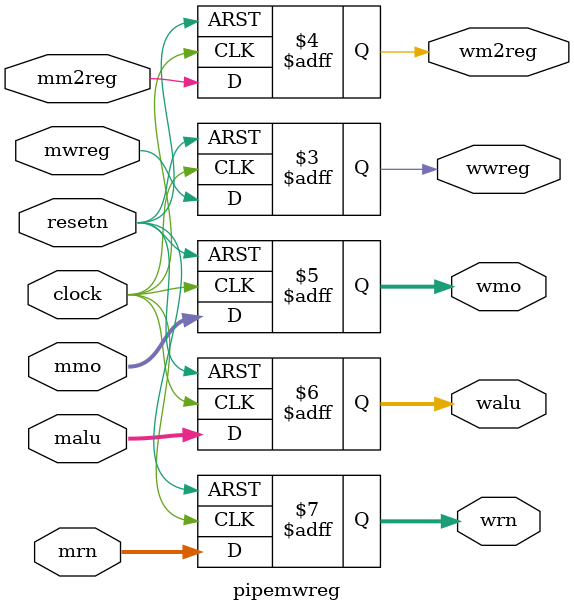
<source format=v>
module pipemwreg(mwreg, mm2reg, mmo, malu, mrn,
clock, resetn, wwreg, wm2reg, wmo, walu, wrn);
	input mwreg, mm2reg, clock, resetn;
	input [31:0] mmo, malu;
	input [4:0] mrn;
	output wwreg, wm2reg;
	output [31:0] wmo, walu;
	output [4:0] wrn;
	reg wwreg, wm2reg;
	reg [31:0] wmo, walu;
	reg [4:0] wrn;
	always @(posedge clock or negedge resetn)
	begin
		if (resetn == 0)
		begin
			wwreg <= 0;
			wm2reg <= 0;
			wmo <= 0;
			walu <= 0;
			wrn <= 0;
		end
		else
		begin
			wwreg <= mwreg;
			wm2reg <= mm2reg;
			wmo <= mmo;
			walu <= malu;
			wrn <= mrn;
		end
	end
endmodule

</source>
